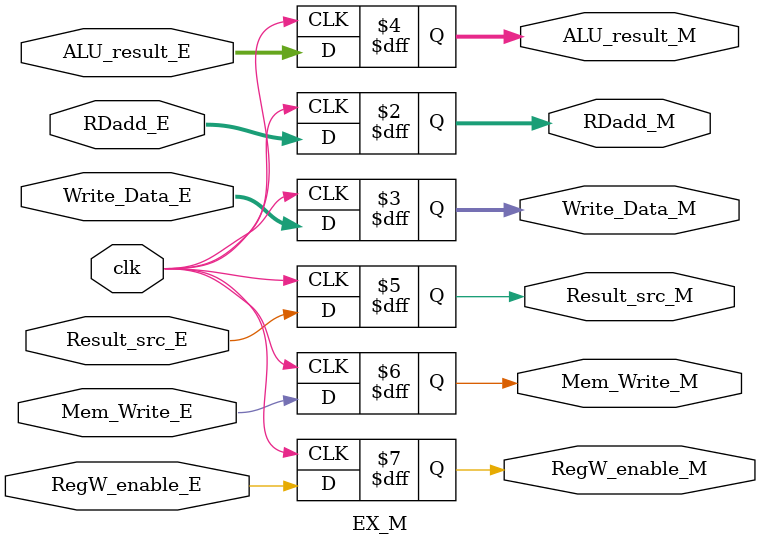
<source format=v>
module EX_M(
	input			clk,
	input			RegW_enable_E,
	input			Mem_Write_E,
	input			Result_src_E,
	input		[31:0]	ALU_result_E,
	input		[31:0]	Write_Data_E,
	input		[4:0]	RDadd_E,
	output	reg	[4:0]	RDadd_M,
	output	reg	[31:0]	Write_Data_M,
	output	reg	[31:0]	ALU_result_M,
	output	reg		Result_src_M,
	output	reg		Mem_Write_M,
	output	reg		RegW_enable_M
);

always @(posedge clk) begin
	RegW_enable_M	<= RegW_enable_E;
	Mem_Write_M	<= Mem_Write_E;
	Result_src_M	<= Result_src_E;
	ALU_result_M	<= ALU_result_E;
	Write_Data_M	<= Write_Data_E;
	RDadd_M		<= RDadd_E;
end

endmodule
</source>
